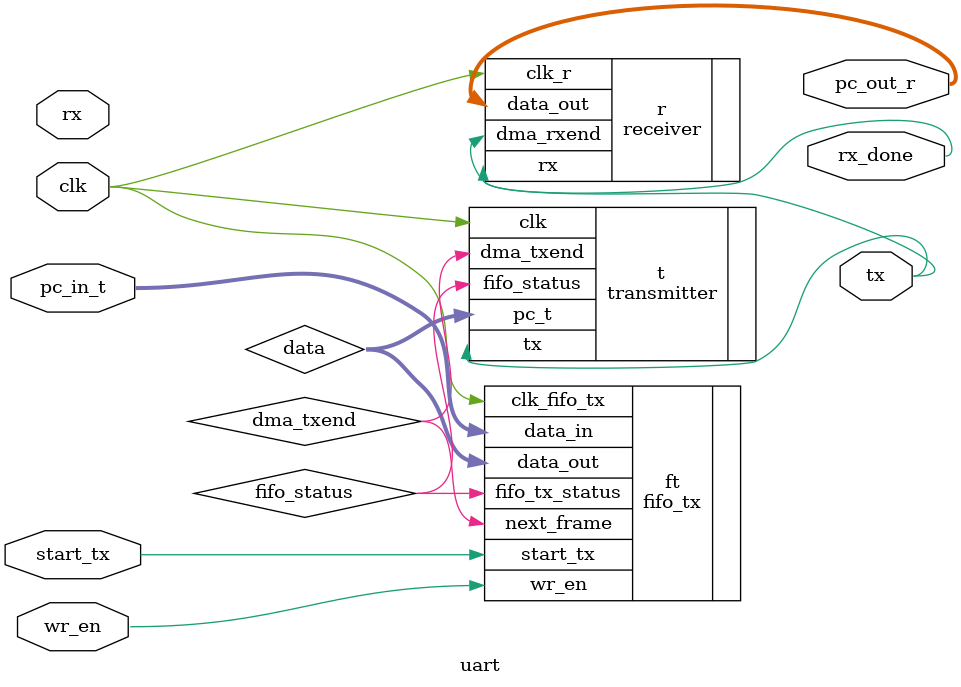
<source format=v>
`timescale 1ns/1ps
module uart (
    input  wire       clk,
    input  wire [7:0] pc_in_t,
    input  wire       wr_en,
    input  wire       start_tx,
    output wire [7:0] pc_out_r,
    output wire       tx,
    input  wire       rx,
    output wire       rx_done
);

    wire [7:0] data;
    wire fifo_status;
    wire dma_txend;

    fifo_tx ft (
        .clk_fifo_tx(clk),
        .data_in(pc_in_t),
        .wr_en(wr_en),
        .start_tx(start_tx),
        .next_frame(dma_txend),
        .data_out(data),
        .fifo_tx_status(fifo_status)
    );

    transmitter #(.BAUD_DIV(100)) t (
        .pc_t(data),
        .clk(clk),
        .fifo_status(fifo_status),
        .tx(tx),
        .dma_txend(dma_txend)
    );

    receiver #(.BAUD_DIV(100)) r (
        .clk_r(clk),
        .rx(tx), // loopback
        .dma_rxend(rx_done),
        .data_out(pc_out_r)
    );

endmodule

</source>
